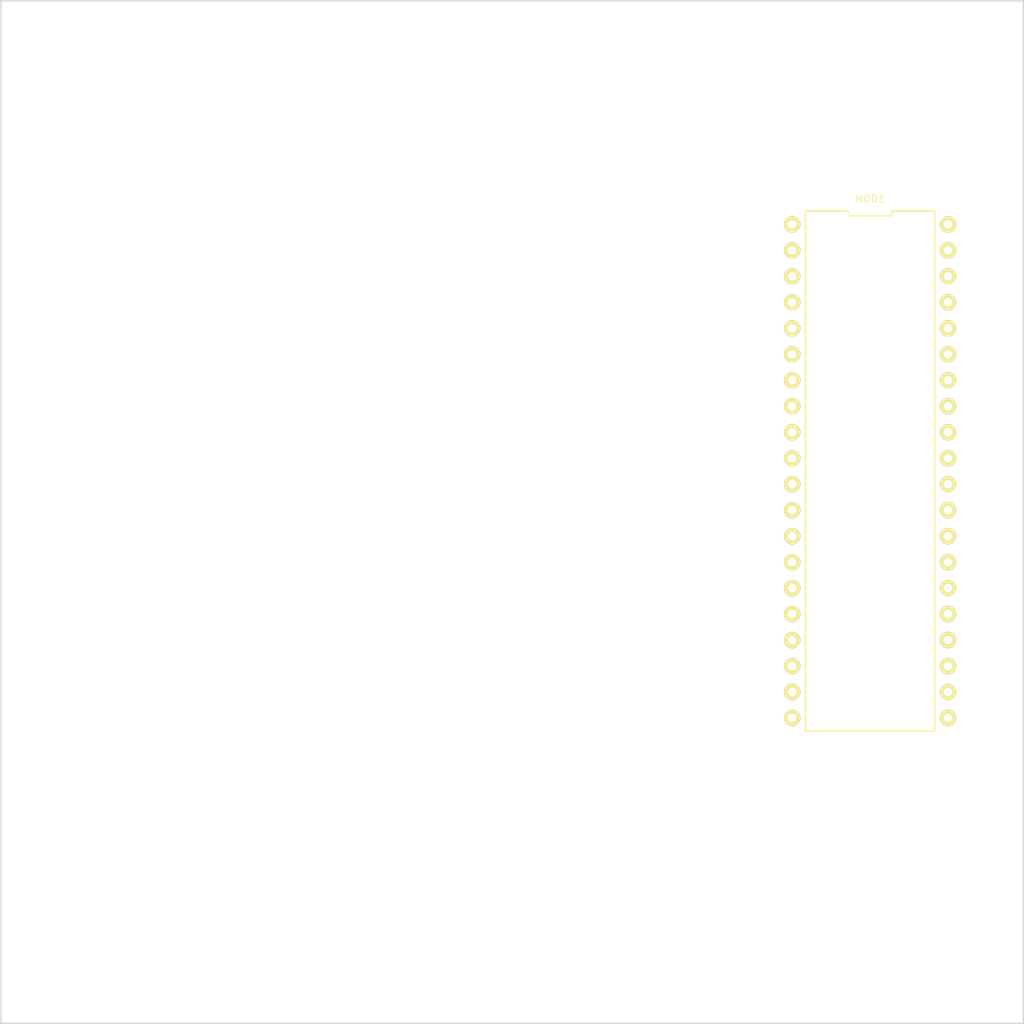
<source format=kicad_pcb>
(kicad_pcb (version 4) (host pcbnew 4.0.7)

  (general
    (links 0)
    (no_connects 0)
    (area 61.924999 50.924999 162.075001 151.075001)
    (thickness 1.6)
    (drawings 4)
    (tracks 0)
    (zones 0)
    (modules 1)
    (nets 41)
  )

  (page A4)
  (layers
    (0 F.Cu signal)
    (31 B.Cu signal)
    (32 B.Adhes user)
    (33 F.Adhes user)
    (34 B.Paste user)
    (35 F.Paste user)
    (36 B.SilkS user)
    (37 F.SilkS user)
    (38 B.Mask user)
    (39 F.Mask user)
    (40 Dwgs.User user)
    (41 Cmts.User user)
    (42 Eco1.User user)
    (43 Eco2.User user)
    (44 Edge.Cuts user)
    (45 Margin user)
    (46 B.CrtYd user)
    (47 F.CrtYd user)
    (48 B.Fab user)
    (49 F.Fab user)
  )

  (setup
    (last_trace_width 0.25)
    (trace_clearance 0.2)
    (zone_clearance 0.508)
    (zone_45_only no)
    (trace_min 0.2)
    (segment_width 0.2)
    (edge_width 0.15)
    (via_size 0.6)
    (via_drill 0.4)
    (via_min_size 0.4)
    (via_min_drill 0.3)
    (uvia_size 0.3)
    (uvia_drill 0.1)
    (uvias_allowed no)
    (uvia_min_size 0.2)
    (uvia_min_drill 0.1)
    (pcb_text_width 0.3)
    (pcb_text_size 1.5 1.5)
    (mod_edge_width 0.15)
    (mod_text_size 1 1)
    (mod_text_width 0.15)
    (pad_size 1.524 1.524)
    (pad_drill 0.762)
    (pad_to_mask_clearance 0.2)
    (aux_axis_origin 0 0)
    (visible_elements FFFFFF7F)
    (pcbplotparams
      (layerselection 0x00030_80000001)
      (usegerberextensions false)
      (excludeedgelayer true)
      (linewidth 0.100000)
      (plotframeref false)
      (viasonmask false)
      (mode 1)
      (useauxorigin false)
      (hpglpennumber 1)
      (hpglpenspeed 20)
      (hpglpendiameter 15)
      (hpglpenoverlay 2)
      (psnegative false)
      (psa4output false)
      (plotreference true)
      (plotvalue true)
      (plotinvisibletext false)
      (padsonsilk false)
      (subtractmaskfromsilk false)
      (outputformat 1)
      (mirror false)
      (drillshape 1)
      (scaleselection 1)
      (outputdirectory ""))
  )

  (net 0 "")
  (net 1 "Net-(MOD1-Pad40)")
  (net 2 "Net-(MOD1-Pad1)")
  (net 3 "Net-(MOD1-Pad39)")
  (net 4 "Net-(MOD1-Pad2)")
  (net 5 "Net-(MOD1-Pad38)")
  (net 6 "Net-(MOD1-Pad3)")
  (net 7 "Net-(MOD1-Pad37)")
  (net 8 "Net-(MOD1-Pad4)")
  (net 9 "Net-(MOD1-Pad36)")
  (net 10 "Net-(MOD1-Pad5)")
  (net 11 "Net-(MOD1-Pad35)")
  (net 12 "Net-(MOD1-Pad6)")
  (net 13 "Net-(MOD1-Pad34)")
  (net 14 "Net-(MOD1-Pad7)")
  (net 15 "Net-(MOD1-Pad33)")
  (net 16 "Net-(MOD1-Pad8)")
  (net 17 "Net-(MOD1-Pad32)")
  (net 18 "Net-(MOD1-Pad9)")
  (net 19 "Net-(MOD1-Pad31)")
  (net 20 "Net-(MOD1-Pad10)")
  (net 21 "Net-(MOD1-Pad30)")
  (net 22 "Net-(MOD1-Pad11)")
  (net 23 "Net-(MOD1-Pad29)")
  (net 24 "Net-(MOD1-Pad12)")
  (net 25 "Net-(MOD1-Pad28)")
  (net 26 "Net-(MOD1-Pad13)")
  (net 27 "Net-(MOD1-Pad27)")
  (net 28 "Net-(MOD1-Pad14)")
  (net 29 "Net-(MOD1-Pad26)")
  (net 30 "Net-(MOD1-Pad15)")
  (net 31 "Net-(MOD1-Pad25)")
  (net 32 "Net-(MOD1-Pad16)")
  (net 33 "Net-(MOD1-Pad24)")
  (net 34 "Net-(MOD1-Pad17)")
  (net 35 "Net-(MOD1-Pad23)")
  (net 36 "Net-(MOD1-Pad18)")
  (net 37 "Net-(MOD1-Pad22)")
  (net 38 "Net-(MOD1-Pad19)")
  (net 39 "Net-(MOD1-Pad21)")
  (net 40 "Net-(MOD1-Pad20)")

  (net_class Default "This is the default net class."
    (clearance 0.2)
    (trace_width 0.25)
    (via_dia 0.6)
    (via_drill 0.4)
    (uvia_dia 0.3)
    (uvia_drill 0.1)
    (add_net "Net-(MOD1-Pad1)")
    (add_net "Net-(MOD1-Pad10)")
    (add_net "Net-(MOD1-Pad11)")
    (add_net "Net-(MOD1-Pad12)")
    (add_net "Net-(MOD1-Pad13)")
    (add_net "Net-(MOD1-Pad14)")
    (add_net "Net-(MOD1-Pad15)")
    (add_net "Net-(MOD1-Pad16)")
    (add_net "Net-(MOD1-Pad17)")
    (add_net "Net-(MOD1-Pad18)")
    (add_net "Net-(MOD1-Pad19)")
    (add_net "Net-(MOD1-Pad2)")
    (add_net "Net-(MOD1-Pad20)")
    (add_net "Net-(MOD1-Pad21)")
    (add_net "Net-(MOD1-Pad22)")
    (add_net "Net-(MOD1-Pad23)")
    (add_net "Net-(MOD1-Pad24)")
    (add_net "Net-(MOD1-Pad25)")
    (add_net "Net-(MOD1-Pad26)")
    (add_net "Net-(MOD1-Pad27)")
    (add_net "Net-(MOD1-Pad28)")
    (add_net "Net-(MOD1-Pad29)")
    (add_net "Net-(MOD1-Pad3)")
    (add_net "Net-(MOD1-Pad30)")
    (add_net "Net-(MOD1-Pad31)")
    (add_net "Net-(MOD1-Pad32)")
    (add_net "Net-(MOD1-Pad33)")
    (add_net "Net-(MOD1-Pad34)")
    (add_net "Net-(MOD1-Pad35)")
    (add_net "Net-(MOD1-Pad36)")
    (add_net "Net-(MOD1-Pad37)")
    (add_net "Net-(MOD1-Pad38)")
    (add_net "Net-(MOD1-Pad39)")
    (add_net "Net-(MOD1-Pad4)")
    (add_net "Net-(MOD1-Pad40)")
    (add_net "Net-(MOD1-Pad5)")
    (add_net "Net-(MOD1-Pad6)")
    (add_net "Net-(MOD1-Pad7)")
    (add_net "Net-(MOD1-Pad8)")
    (add_net "Net-(MOD1-Pad9)")
  )

  (module Kicad:DIP40_600MIL (layer F.Cu) (tedit 58E2BD96) (tstamp 5A8F52DF)
    (at 147 97 270)
    (path /5A8F5055)
    (fp_text reference MOD1 (at -26.63 0 360) (layer F.SilkS)
      (effects (font (size 0.7 0.7) (thickness 0.1)))
    )
    (fp_text value STM32F103C8T6 (at 0 0 270) (layer F.Fab) hide
      (effects (font (size 1.2 1.2) (thickness 0.15)))
    )
    (fp_line (start -25.43 6.319999) (end 25.43 6.32) (layer F.SilkS) (width 0.15))
    (fp_line (start 25.43 6.32) (end 25.43 -6.319999) (layer F.SilkS) (width 0.15))
    (fp_line (start 25.43 -6.319999) (end -25.43 -6.32) (layer F.SilkS) (width 0.15))
    (fp_line (start -25.43 -6.32) (end -25.43 -2.106666) (layer F.SilkS) (width 0.15))
    (fp_line (start -25.43 -2.106666) (end -24.98 -2.106666) (layer F.SilkS) (width 0.15))
    (fp_line (start -24.98 -2.106666) (end -24.98 2.106666) (layer F.SilkS) (width 0.15))
    (fp_line (start -24.98 2.106666) (end -25.43 2.106666) (layer F.SilkS) (width 0.15))
    (fp_line (start -25.43 2.106666) (end -25.43 6.319999) (layer F.SilkS) (width 0.15))
    (pad 40 thru_hole circle (at -24.13 -7.62 270) (size 1.6 1.6) (drill 0.8) (layers *.Cu *.Mask F.SilkS)
      (net 1 "Net-(MOD1-Pad40)"))
    (pad 1 thru_hole circle (at -24.13 7.62 270) (size 1.6 1.6) (drill 0.8) (layers *.Cu *.Mask F.SilkS)
      (net 2 "Net-(MOD1-Pad1)"))
    (pad 39 thru_hole circle (at -21.59 -7.62 270) (size 1.6 1.6) (drill 0.8) (layers *.Cu *.Mask F.SilkS)
      (net 3 "Net-(MOD1-Pad39)"))
    (pad 2 thru_hole circle (at -21.59 7.62 270) (size 1.6 1.6) (drill 0.8) (layers *.Cu *.Mask F.SilkS)
      (net 4 "Net-(MOD1-Pad2)"))
    (pad 38 thru_hole circle (at -19.05 -7.62 270) (size 1.6 1.6) (drill 0.8) (layers *.Cu *.Mask F.SilkS)
      (net 5 "Net-(MOD1-Pad38)"))
    (pad 3 thru_hole circle (at -19.05 7.62 270) (size 1.6 1.6) (drill 0.8) (layers *.Cu *.Mask F.SilkS)
      (net 6 "Net-(MOD1-Pad3)"))
    (pad 37 thru_hole circle (at -16.51 -7.62 270) (size 1.6 1.6) (drill 0.8) (layers *.Cu *.Mask F.SilkS)
      (net 7 "Net-(MOD1-Pad37)"))
    (pad 4 thru_hole circle (at -16.51 7.62 270) (size 1.6 1.6) (drill 0.8) (layers *.Cu *.Mask F.SilkS)
      (net 8 "Net-(MOD1-Pad4)"))
    (pad 36 thru_hole circle (at -13.97 -7.62 270) (size 1.6 1.6) (drill 0.8) (layers *.Cu *.Mask F.SilkS)
      (net 9 "Net-(MOD1-Pad36)"))
    (pad 5 thru_hole circle (at -13.97 7.62 270) (size 1.6 1.6) (drill 0.8) (layers *.Cu *.Mask F.SilkS)
      (net 10 "Net-(MOD1-Pad5)"))
    (pad 35 thru_hole circle (at -11.43 -7.62 270) (size 1.6 1.6) (drill 0.8) (layers *.Cu *.Mask F.SilkS)
      (net 11 "Net-(MOD1-Pad35)"))
    (pad 6 thru_hole circle (at -11.43 7.62 270) (size 1.6 1.6) (drill 0.8) (layers *.Cu *.Mask F.SilkS)
      (net 12 "Net-(MOD1-Pad6)"))
    (pad 34 thru_hole circle (at -8.89 -7.62 270) (size 1.6 1.6) (drill 0.8) (layers *.Cu *.Mask F.SilkS)
      (net 13 "Net-(MOD1-Pad34)"))
    (pad 7 thru_hole circle (at -8.89 7.62 270) (size 1.6 1.6) (drill 0.8) (layers *.Cu *.Mask F.SilkS)
      (net 14 "Net-(MOD1-Pad7)"))
    (pad 33 thru_hole circle (at -6.35 -7.62 270) (size 1.6 1.6) (drill 0.8) (layers *.Cu *.Mask F.SilkS)
      (net 15 "Net-(MOD1-Pad33)"))
    (pad 8 thru_hole circle (at -6.35 7.62 270) (size 1.6 1.6) (drill 0.8) (layers *.Cu *.Mask F.SilkS)
      (net 16 "Net-(MOD1-Pad8)"))
    (pad 32 thru_hole circle (at -3.81 -7.62 270) (size 1.6 1.6) (drill 0.8) (layers *.Cu *.Mask F.SilkS)
      (net 17 "Net-(MOD1-Pad32)"))
    (pad 9 thru_hole circle (at -3.81 7.62 270) (size 1.6 1.6) (drill 0.8) (layers *.Cu *.Mask F.SilkS)
      (net 18 "Net-(MOD1-Pad9)"))
    (pad 31 thru_hole circle (at -1.27 -7.62 270) (size 1.6 1.6) (drill 0.8) (layers *.Cu *.Mask F.SilkS)
      (net 19 "Net-(MOD1-Pad31)"))
    (pad 10 thru_hole circle (at -1.27 7.62 270) (size 1.6 1.6) (drill 0.8) (layers *.Cu *.Mask F.SilkS)
      (net 20 "Net-(MOD1-Pad10)"))
    (pad 30 thru_hole circle (at 1.27 -7.62 270) (size 1.6 1.6) (drill 0.8) (layers *.Cu *.Mask F.SilkS)
      (net 21 "Net-(MOD1-Pad30)"))
    (pad 11 thru_hole circle (at 1.27 7.62 270) (size 1.6 1.6) (drill 0.8) (layers *.Cu *.Mask F.SilkS)
      (net 22 "Net-(MOD1-Pad11)"))
    (pad 29 thru_hole circle (at 3.81 -7.62 270) (size 1.6 1.6) (drill 0.8) (layers *.Cu *.Mask F.SilkS)
      (net 23 "Net-(MOD1-Pad29)"))
    (pad 12 thru_hole circle (at 3.81 7.62 270) (size 1.6 1.6) (drill 0.8) (layers *.Cu *.Mask F.SilkS)
      (net 24 "Net-(MOD1-Pad12)"))
    (pad 28 thru_hole circle (at 6.35 -7.62 270) (size 1.6 1.6) (drill 0.8) (layers *.Cu *.Mask F.SilkS)
      (net 25 "Net-(MOD1-Pad28)"))
    (pad 13 thru_hole circle (at 6.35 7.62 270) (size 1.6 1.6) (drill 0.8) (layers *.Cu *.Mask F.SilkS)
      (net 26 "Net-(MOD1-Pad13)"))
    (pad 27 thru_hole circle (at 8.89 -7.62 270) (size 1.6 1.6) (drill 0.8) (layers *.Cu *.Mask F.SilkS)
      (net 27 "Net-(MOD1-Pad27)"))
    (pad 14 thru_hole circle (at 8.89 7.62 270) (size 1.6 1.6) (drill 0.8) (layers *.Cu *.Mask F.SilkS)
      (net 28 "Net-(MOD1-Pad14)"))
    (pad 26 thru_hole circle (at 11.43 -7.62 270) (size 1.6 1.6) (drill 0.8) (layers *.Cu *.Mask F.SilkS)
      (net 29 "Net-(MOD1-Pad26)"))
    (pad 15 thru_hole circle (at 11.43 7.62 270) (size 1.6 1.6) (drill 0.8) (layers *.Cu *.Mask F.SilkS)
      (net 30 "Net-(MOD1-Pad15)"))
    (pad 25 thru_hole circle (at 13.97 -7.62 270) (size 1.6 1.6) (drill 0.8) (layers *.Cu *.Mask F.SilkS)
      (net 31 "Net-(MOD1-Pad25)"))
    (pad 16 thru_hole circle (at 13.97 7.62 270) (size 1.6 1.6) (drill 0.8) (layers *.Cu *.Mask F.SilkS)
      (net 32 "Net-(MOD1-Pad16)"))
    (pad 24 thru_hole circle (at 16.51 -7.62 270) (size 1.6 1.6) (drill 0.8) (layers *.Cu *.Mask F.SilkS)
      (net 33 "Net-(MOD1-Pad24)"))
    (pad 17 thru_hole circle (at 16.51 7.62 270) (size 1.6 1.6) (drill 0.8) (layers *.Cu *.Mask F.SilkS)
      (net 34 "Net-(MOD1-Pad17)"))
    (pad 23 thru_hole circle (at 19.05 -7.62 270) (size 1.6 1.6) (drill 0.8) (layers *.Cu *.Mask F.SilkS)
      (net 35 "Net-(MOD1-Pad23)"))
    (pad 18 thru_hole circle (at 19.05 7.62 270) (size 1.6 1.6) (drill 0.8) (layers *.Cu *.Mask F.SilkS)
      (net 36 "Net-(MOD1-Pad18)"))
    (pad 22 thru_hole circle (at 21.59 -7.62 270) (size 1.6 1.6) (drill 0.8) (layers *.Cu *.Mask F.SilkS)
      (net 37 "Net-(MOD1-Pad22)"))
    (pad 19 thru_hole circle (at 21.59 7.62 270) (size 1.6 1.6) (drill 0.8) (layers *.Cu *.Mask F.SilkS)
      (net 38 "Net-(MOD1-Pad19)"))
    (pad 21 thru_hole circle (at 24.13 -7.62 270) (size 1.6 1.6) (drill 0.8) (layers *.Cu *.Mask F.SilkS)
      (net 39 "Net-(MOD1-Pad21)"))
    (pad 20 thru_hole circle (at 24.13 7.62 270) (size 1.6 1.6) (drill 0.8) (layers *.Cu *.Mask F.SilkS)
      (net 40 "Net-(MOD1-Pad20)"))
  )

  (gr_line (start 62 51) (end 62 151) (angle 90) (layer Edge.Cuts) (width 0.15))
  (gr_line (start 162 51) (end 62 51) (angle 90) (layer Edge.Cuts) (width 0.15))
  (gr_line (start 162 151) (end 162 51) (angle 90) (layer Edge.Cuts) (width 0.15))
  (gr_line (start 62 151) (end 162 151) (angle 90) (layer Edge.Cuts) (width 0.15))

)

</source>
